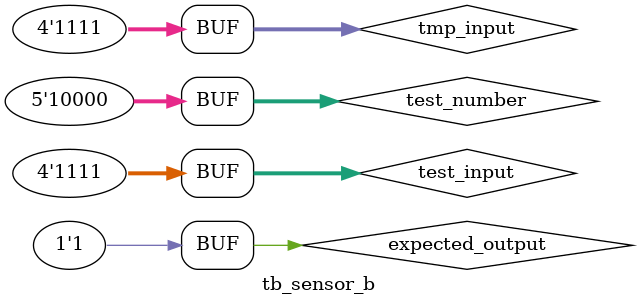
<source format=sv>

module tb_sensor_b
();

	wire [3:0] test_input;
	wire test_output;

	`define NUM_TEST_CASES 16
	`define MAX_TEST_VAL (`NUM_TEST_CASES - 1)
	
	reg [4:0] test_number;
	reg [3:0] tmp_input;
	reg expected_output;

	sensor_b DUT(.sensors(test_input), .error(test_output));
	
	assign test_input = tmp_input;
	
	initial
	begin
		for(test_number = 0; test_number < `NUM_TEST_CASES; test_number = test_number + 1)
		begin
			// Send test input to design
			tmp_input = test_number[3:0];
			
			// Calculate the expected result
			expected_output = 1'b0;
			
			if(tmp_input[0] == 1'b1)
			begin
				expected_output = 1'b1;
			end
			else if ((tmp_input[1] == 1'b1) && ((tmp_input[2] == 1'b1) || (tmp_input[3] == 1'b1)))
			begin
				expected_output = 1'b1;
			end
			
			// wait to allow design to process input
			#10ns 
			
			// Check expected with actual output from design
			if(test_output == expected_output) // Test case passed
				$display("Test case %d Passed!", test_number);
			else // Test case failed
				$display("Test case %d Failed!", test_number);
		end
	end
endmodule
</source>
